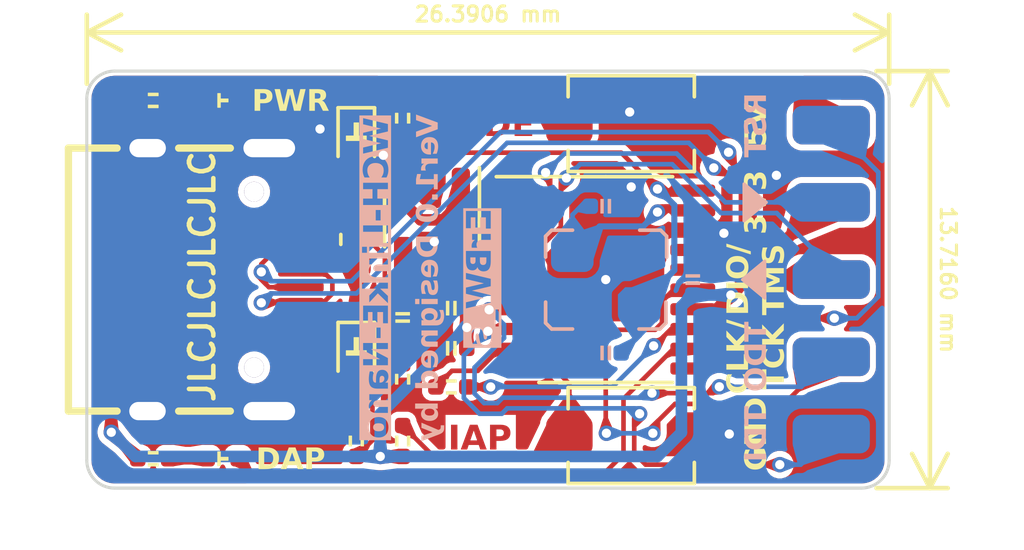
<source format=kicad_pcb>
(kicad_pcb (version 20221018) (generator pcbnew)
  (layers (0 "F.Cu" signal) (31 "B.Cu" signal) (34 "B.Paste" user) (35 "F.Paste" user) (36 "B.SilkS" user "B.Silkscreen") (37 "F.SilkS" user "F.Silkscreen") (38 "B.Mask" user) (39 "F.Mask" user) (44 "Edge.Cuts" user))
  (net 0 "")
  (net 1 "+3.3V")
  (net 2 "GND")
  (net 3 "Net-(U1-NC)")
  (net 4 "/OSC_N")
  (net 5 "/OSC_P")
  (net 6 "Net-(D1-K)")
  (net 7 "+5VA")
  (net 8 "Net-(D3-K)")
  (net 9 "+5V")
  (net 10 "Net-(D4-K)")
  (net 11 "/LED_CON")
  (net 12 "Net-(J1-CC1)")
  (net 13 "/USB_P")
  (net 14 "/USB_N")
  (net 16 "Net-(J1-CC2)")
  (net 18 "/RST")
  (net 19 "/TX")
  (net 20 "/SWDIO")
  (net 21 "/RX")
  (net 22 "/SWCLK")
  (net 23 "/TDI")
  (net 24 "/TDO")
  (net 25 "Net-(U2-PC6)")
  (net 26 "/IAP")
  (net 27 "Net-(R7-Pad2)")
  (footprint "ErBW_s:Debug_Header_2x05" (layer "F.Cu") (at 20.6756 0 -90)
    (fp_text reference "J2" hide)
    (fp_text value "Conn_02x05_Odd_Even")
    (pad "1" smd roundrect (at -5.08 0) (size 2.54 1.27) (layers "F.Cu" "F.Paste" "F.Mask") (net 7 "+5VA"))
    (pad "2" smd roundrect (at -5.08 0) (size 2.54 1.27) (layers "B.Cu" "B.Paste" "B.Mask") (net 18 "/RST"))
    (pad "3" smd roundrect (at -2.54 0) (size 2.54 1.27) (layers "F.Cu" "F.Paste" "F.Mask") (net 1 "+3.3V"))
    (pad "4" smd roundrect (at -2.54 0) (size 2.54 1.27) (layers "B.Cu" "B.Paste" "B.Mask") (net 19 "/TX"))
    (pad "5" smd roundrect (at 0 0) (size 2.54 1.27) (layers "F.Cu" "F.Paste" "F.Mask") (net 20 "/SWDIO"))
    (pad "6" smd roundrect (at 0 0) (size 2.54 1.27) (layers "B.Cu" "B.Paste" "B.Mask") (net 21 "/RX"))
    (pad "7" smd roundrect (at 2.54 0) (size 2.54 1.27) (layers "F.Cu" "F.Paste" "F.Mask") (net 22 "/SWCLK"))
    (pad "8" smd roundrect (at 2.54 0) (size 2.54 1.27) (layers "B.Cu" "B.Paste" "B.Mask") (net 24 "/TDO"))
    (pad "9" smd roundrect (at 5.08 0) (size 2.54 1.27) (layers "F.Cu" "F.Paste" "F.Mask") (net 2 "GND"))
    (pad "10" smd roundrect (at 5.08 0) (size 2.54 1.27) (layers "B.Cu" "B.Paste" "B.Mask") (net 23 "/TDI"))
  )
  (footprint "ErBW_s:C_0402" (layer "F.Cu") (at 8.1788 0.9398 180)
    (fp_text reference "C1" hide)
    (fp_text value "100nF")
    (fp_rect (start -0.1651 0.2286) (end -0.0762 -0.2286) (stroke (width 0.0254)) (fill solid) (layer "F.SilkS"))
    (fp_rect (start 0.0762 0.2286) (end 0.1651 -0.2286) (stroke (width 0.0254)) (fill solid) (layer "F.SilkS"))
    (pad "1" smd roundrect (at -0.508 0 180) (size 0.508 0.508) (layers "F.Cu" "F.Paste" "F.Mask") (net 1 "+3.3V"))
    (pad "2" smd roundrect (at 0.508 0 180) (size 0.508 0.508) (layers "F.Cu" "F.Paste" "F.Mask") (net 2 "GND"))
  )
  (footprint "Package_TO_SOT_SMD:SOT-23-5" (layer "F.Cu") (at 7.5438 -1.8796 -90)
    (fp_text reference "U1" hide)
    (fp_text value "RT9013-33GB")
    (fp_line (start 0 -1.56) (end -1.8 -1.56) (stroke (width 0.12)) (layer "F.SilkS"))
    (fp_line (start 0 -1.56) (end 0.8 -1.56) (stroke (width 0.12)) (layer "F.SilkS"))
    (fp_line (start 0 1.56) (end -0.8 1.56) (stroke (width 0.12)) (layer "F.SilkS"))
    (fp_line (start 0 1.56) (end 0.8 1.56) (stroke (width 0.12)) (layer "F.SilkS"))
    (pad "1" smd roundrect (at -1.1375 -0.95 270) (size 1.325 0.6) (layers "F.Cu" "F.Paste" "F.Mask") (net 7 "+5VA"))
    (pad "2" smd roundrect (at -1.1375 0 270) (size 1.325 0.6) (layers "F.Cu" "F.Paste" "F.Mask") (net 2 "GND"))
    (pad "3" smd roundrect (at -1.1375 0.95 270) (size 1.325 0.6) (layers "F.Cu" "F.Paste" "F.Mask") (net 7 "+5VA"))
    (pad "4" smd roundrect (at 1.1375 0.95 270) (size 1.325 0.6) (layers "F.Cu" "F.Paste" "F.Mask") (net 3 "Net-(U1-NC)"))
    (pad "5" smd roundrect (at 1.1375 -0.95 270) (size 1.325 0.6) (layers "F.Cu" "F.Paste" "F.Mask") (net 1 "+3.3V"))
  )
  (footprint "ErBW_s:BUTTON_3x4" (layer "F.Cu") (at 14.097 5.1308)
    (fp_text reference "SW2" hide)
    (fp_text value "IAP")
    (fp_line (start -2.076 -1.576) (end -2.076 -0.883) (stroke (width 0.12)) (layer "F.SilkS"))
    (fp_line (start -2.076 -1.576) (end 2.076 -1.576) (stroke (width 0.12)) (layer "F.SilkS"))
    (fp_line (start -2.076 0.883) (end -2.076 1.576) (stroke (width 0.12)) (layer "F.SilkS"))
    (fp_line (start -2.076 1.576) (end 2.076 1.576) (stroke (width 0.12)) (layer "F.SilkS"))
    (fp_line (start 2.076 -1.576) (end 2.076 -0.883) (stroke (width 0.12)) (layer "F.SilkS"))
    (fp_line (start 2.076 1.576) (end 2.076 0.883) (stroke (width 0.12)) (layer "F.SilkS"))
    (pad "1" smd roundrect (at -2.035 0) (size 1.53 1.36) (layers "F.Cu" "F.Paste" "F.Mask") (net 26 "/IAP"))
    (pad "2" smd roundrect (at 2.035 0) (size 1.53 1.36) (layers "F.Cu" "F.Paste" "F.Mask") (net 2 "GND"))
  )
  (footprint "ErBW_s:R_0402" (layer "F.Cu") (at 5.0546 5.3086 90)
    (fp_text reference "R2" hide)
    (fp_text value "4.7K")
    (fp_rect (start -0.1651 -0.1524) (end 0.1651 -0.2413) (stroke (width 0.0254)) (fill solid) (layer "F.SilkS"))
    (fp_rect (start -0.1651 0.2413) (end 0.1651 0.1524) (stroke (width 0.0254)) (fill solid) (layer "F.SilkS"))
    (pad "1" smd roundrect (at -0.508 0 90) (size 0.508 0.508) (layers "F.Cu" "F.Paste" "F.Mask") (net 16 "Net-(J1-CC2)"))
    (pad "2" smd roundrect (at 0.508 0 90) (size 0.508 0.508) (layers "F.Cu" "F.Paste" "F.Mask") (net 2 "GND"))
  )
  (footprint "ErBW_s:R_0402" (layer "F.Cu") (at 8.1788 3.5306 180)
    (fp_text reference "R5" hide)
    (fp_text value "1K")
    (fp_rect (start -0.1651 -0.1524) (end 0.1651 -0.2413) (stroke (width 0.0254)) (fill solid) (layer "F.SilkS"))
    (fp_rect (start -0.1651 0.2413) (end 0.1651 0.1524) (stroke (width 0.0254)) (fill solid) (layer "F.SilkS"))
    (pad "1" smd roundrect (at -0.508 0 180) (size 0.508 0.508) (layers "F.Cu" "F.Paste" "F.Mask") (net 20 "/SWDIO"))
    (pad "2" smd roundrect (at 0.508 0 180) (size 0.508 0.508) (layers "F.Cu" "F.Paste" "F.Mask") (net 25 "Net-(U2-PC6)"))
  )
  (footprint "ErBW_s:SOD-323" (layer "F.Cu") (at 5.0546 2.2098 90)
    (fp_text reference "D3" hide)
    (fp_text value "1N5819")
    (fp_line (start -0.8 -0.6) (end 0.8 -0.6) (stroke (width 0.12)) (layer "F.SilkS"))
    (fp_line (start -0.8 0.6) (end 0.8 0.6) (stroke (width 0.12)) (layer "F.SilkS"))
    (fp_line (start 0.8 -0.6) (end 0.8 0.6) (stroke (width 0.12)) (layer "F.SilkS"))
    (fp_poly (pts (xy -0.127 -0.0762) (xy 0.3048 -0.0762) (xy 0.3048 0.0762) (xy -0.127 0.0762) (xy -0.127 0.3302) (xy -0.2794 0.3302) (xy -0.2794 -0.3302) (xy -0.127 -0.3302)) (stroke (width 0.0254)) (fill solid) (layer "F.SilkS"))
    (pad "1" smd roundrect (at 1.329 0 90) (size 0.6 0.5) (layers "F.Cu" "F.Paste" "F.Mask") (net 8 "Net-(D3-K)"))
    (pad "2" smd roundrect (at -1.329 0 90) (size 0.6 0.5) (layers "F.Cu" "F.Paste" "F.Mask") (net 9 "+5V"))
  )
  (footprint "ErBW_s:LED_0402" (layer "F.Cu") (at 0.6604 -5.8928)
    (fp_text reference "D1" hide)
    (fp_text value "GREEN")
    (fp_poly (pts (xy -0.0762 -0.0508) (xy 0.1778 -0.0508) (xy 0.1778 0.0508) (xy -0.0762 0.0508) (xy -0.0762 0.2286) (xy -0.1651 0.2286) (xy -0.1651 -0.2286) (xy -0.0762 -0.2286)) (stroke (width 0.0254)) (fill solid) (layer "F.SilkS"))
    (pad "1" smd roundrect (at -0.508 0) (size 0.508 0.508) (layers "F.Cu" "F.Paste" "F.Mask") (net 6 "Net-(D1-K)"))
    (pad "2" smd roundrect (at 0.508 0) (size 0.508 0.508) (layers "F.Cu" "F.Paste" "F.Mask") (net 2 "GND"))
  )
  (footprint "ErBW_s:R_0402" (layer "F.Cu") (at -1.6256 5.8928)
    (fp_text reference "R4" hide)
    (fp_text value "10K")
    (fp_rect (start -0.1651 -0.1524) (end 0.1651 -0.2413) (stroke (width 0.0254)) (fill solid) (layer "F.SilkS"))
    (fp_rect (start -0.1651 0.2413) (end 0.1651 0.1524) (stroke (width 0.0254)) (fill solid) (layer "F.SilkS"))
    (pad "1" smd roundrect (at -0.508 0) (size 0.508 0.508) (layers "F.Cu" "F.Paste" "F.Mask") (net 1 "+3.3V"))
    (pad "2" smd roundrect (at 0.508 0) (size 0.508 0.508) (layers "F.Cu" "F.Paste" "F.Mask") (net 10 "Net-(D4-K)"))
  )
  (footprint "ErBW_s:C_0402" (layer "F.Cu") (at 8.1788 2.2606 180)
    (fp_text reference "C2" hide)
    (fp_text value "10uF")
    (fp_rect (start -0.1651 0.2286) (end -0.0762 -0.2286) (stroke (width 0.0254)) (fill solid) (layer "F.SilkS"))
    (fp_rect (start 0.0762 0.2286) (end 0.1651 -0.2286) (stroke (width 0.0254)) (fill solid) (layer "F.SilkS"))
    (pad "1" smd roundrect (at -0.508 0 180) (size 0.508 0.508) (layers "F.Cu" "F.Paste" "F.Mask") (net 1 "+3.3V"))
    (pad "2" smd roundrect (at 0.508 0 180) (size 0.508 0.508) (layers "F.Cu" "F.Paste" "F.Mask") (net 2 "GND"))
  )
  (footprint "ErBW_s:LED_0402" (layer "F.Cu") (at 0.6604 5.8928)
    (fp_text reference "D4" hide)
    (fp_text value "BLUE")
    (fp_poly (pts (xy -0.0762 -0.0508) (xy 0.1778 -0.0508) (xy 0.1778 0.0508) (xy -0.0762 0.0508) (xy -0.0762 0.2286) (xy -0.1651 0.2286) (xy -0.1651 -0.2286) (xy -0.0762 -0.2286)) (stroke (width 0.0254)) (fill solid) (layer "F.SilkS"))
    (pad "1" smd roundrect (at -0.508 0) (size 0.508 0.508) (layers "F.Cu" "F.Paste" "F.Mask") (net 10 "Net-(D4-K)"))
    (pad "2" smd roundrect (at 0.508 0) (size 0.508 0.508) (layers "F.Cu" "F.Paste" "F.Mask") (net 11 "/LED_CON"))
  )
  (footprint "ErBW_s:SOD-323" (layer "F.Cu") (at 5.0546 -4.8514 90)
    (fp_text reference "D2" hide)
    (fp_text value "ESD")
    (fp_line (start -0.8 -0.6) (end 0.8 -0.6) (stroke (width 0.12)) (layer "F.SilkS"))
    (fp_line (start -0.8 0.6) (end 0.8 0.6) (stroke (width 0.12)) (layer "F.SilkS"))
    (fp_line (start 0.8 -0.6) (end 0.8 0.6) (stroke (width 0.12)) (layer "F.SilkS"))
    (fp_poly (pts (xy -0.127 -0.0762) (xy 0.3048 -0.0762) (xy 0.3048 0.0762) (xy -0.127 0.0762) (xy -0.127 0.3302) (xy -0.2794 0.3302) (xy -0.2794 -0.3302) (xy -0.127 -0.3302)) (stroke (width 0.0254)) (fill solid) (layer "F.SilkS"))
    (pad "1" smd roundrect (at 1.329 0 90) (size 0.6 0.5) (layers "F.Cu" "F.Paste" "F.Mask") (net 2 "GND"))
    (pad "2" smd roundrect (at -1.329 0 90) (size 0.6 0.5) (layers "F.Cu" "F.Paste" "F.Mask") (net 7 "+5VA"))
  )
  (footprint "ErBW_s:R_0402" (layer "F.Cu") (at 6.5786 -5.3086 90)
    (fp_text reference "R7" hide)
    (fp_text value "0R")
    (fp_rect (start -0.1651 -0.1524) (end 0.1651 -0.2413) (stroke (width 0.0254)) (fill solid) (layer "F.SilkS"))
    (fp_rect (start -0.1651 0.2413) (end 0.1651 0.1524) (stroke (width 0.0254)) (fill solid) (layer "F.SilkS"))
    (pad "1" smd roundrect (at -0.508 0 90) (size 0.508 0.508) (layers "F.Cu" "F.Paste" "F.Mask") (net 4 "/OSC_N"))
    (pad "2" smd roundrect (at 0.508 0 90) (size 0.508 0.508) (layers "F.Cu" "F.Paste" "F.Mask") (net 27 "Net-(R7-Pad2)"))
  )
  (footprint "Fuse:Fuse_0603_1608Metric" (layer "F.Cu") (at 5.0546 -1.3208 90)
    (fp_text reference "F1" hide)
    (fp_text value "500mA")
    (fp_line (start -0.162779 -0.51) (end 0.162779 -0.51) (stroke (width 0.12)) (layer "F.SilkS"))
    (fp_line (start -0.162779 0.51) (end 0.162779 0.51) (stroke (width 0.12)) (layer "F.SilkS"))
    (pad "1" smd roundrect (at -0.7875 0 90) (size 0.875 0.95) (layers "F.Cu" "F.Paste" "F.Mask") (net 8 "Net-(D3-K)"))
    (pad "2" smd roundrect (at 0.7875 0 90) (size 0.875 0.95) (layers "F.Cu" "F.Paste" "F.Mask") (net 7 "+5VA"))
  )
  (footprint "ErBW_s:BUTTON_3x4" (layer "F.Cu") (at 14.097 -5.1308)
    (fp_text reference "SW1" hide)
    (fp_text value "ModeS")
    (fp_line (start -2.076 -1.576) (end -2.076 -0.883) (stroke (width 0.12)) (layer "F.SilkS"))
    (fp_line (start -2.076 -1.576) (end 2.076 -1.576) (stroke (width 0.12)) (layer "F.SilkS"))
    (fp_line (start -2.076 0.883) (end -2.076 1.576) (stroke (width 0.12)) (layer "F.SilkS"))
    (fp_line (start -2.076 1.576) (end 2.076 1.576) (stroke (width 0.12)) (layer "F.SilkS"))
    (fp_line (start 2.076 -1.576) (end 2.076 -0.883) (stroke (width 0.12)) (layer "F.SilkS"))
    (fp_line (start 2.076 1.576) (end 2.076 0.883) (stroke (width 0.12)) (layer "F.SilkS"))
    (pad "1" smd roundrect (at -2.035 0) (size 1.53 1.36) (layers "F.Cu" "F.Paste" "F.Mask") (net 27 "Net-(R7-Pad2)"))
    (pad "2" smd roundrect (at 2.035 0) (size 1.53 1.36) (layers "F.Cu" "F.Paste" "F.Mask") (net 2 "GND"))
  )
  (footprint "Package_SO:TSSOP-20_4.4x6.5mm_P0.65mm" (layer "F.Cu") (at 13.2588 0)
    (fp_text reference "U2" hide)
    (fp_text value "CH32V305FBT6")
    (fp_line (start 0 -3.385) (end -3.6 -3.385) (stroke (width 0.12)) (layer "F.SilkS"))
    (fp_line (start 0 -3.385) (end 2.2 -3.385) (stroke (width 0.12)) (layer "F.SilkS"))
    (fp_line (start 0 3.385) (end -2.2 3.385) (stroke (width 0.12)) (layer "F.SilkS"))
    (fp_line (start 0 3.385) (end 2.2 3.385) (stroke (width 0.12)) (layer "F.SilkS"))
    (pad "1" smd roundrect (at -2.8625 -2.925) (size 1.475 0.4) (layers "F.Cu" "F.Paste" "F.Mask"))
    (pad "2" smd roundrect (at -2.8625 -2.275) (size 1.475 0.4) (layers "F.Cu" "F.Paste" "F.Mask"))
    (pad "3" smd roundrect (at -2.8625 -1.625) (size 1.475 0.4) (layers "F.Cu" "F.Paste" "F.Mask") (net 19 "/TX"))
    (pad "4" smd roundrect (at -2.8625 -0.975) (size 1.475 0.4) (layers "F.Cu" "F.Paste" "F.Mask") (net 21 "/RX"))
    (pad "5" smd roundrect (at -2.8625 -0.325) (size 1.475 0.4) (layers "F.Cu" "F.Paste" "F.Mask"))
    (pad "6" smd roundrect (at -2.8625 0.325) (size 1.475 0.4) (layers "F.Cu" "F.Paste" "F.Mask") (net 22 "/SWCLK"))
    (pad "7" smd roundrect (at -2.8625 0.975) (size 1.475 0.4) (layers "F.Cu" "F.Paste" "F.Mask") (net 24 "/TDO"))
    (pad "8" smd roundrect (at -2.8625 1.625) (size 1.475 0.4) (layers "F.Cu" "F.Paste" "F.Mask") (net 23 "/TDI"))
    (pad "9" smd roundrect (at -2.8625 2.275) (size 1.475 0.4) (layers "F.Cu" "F.Paste" "F.Mask") (net 25 "Net-(U2-PC6)"))
    (pad "10" smd roundrect (at -2.8625 2.925) (size 1.475 0.4) (layers "F.Cu" "F.Paste" "F.Mask") (net 26 "/IAP"))
    (pad "11" smd roundrect (at 2.8625 2.925) (size 1.475 0.4) (layers "F.Cu" "F.Paste" "F.Mask") (net 18 "/RST"))
    (pad "12" smd roundrect (at 2.8625 2.275) (size 1.475 0.4) (layers "F.Cu" "F.Paste" "F.Mask") (net 11 "/LED_CON"))
    (pad "13" smd roundrect (at 2.8625 1.625) (size 1.475 0.4) (layers "F.Cu" "F.Paste" "F.Mask") (net 20 "/SWDIO"))
    (pad "14" smd roundrect (at 2.8625 0.975) (size 1.475 0.4) (layers "F.Cu" "F.Paste" "F.Mask") (net 1 "+3.3V"))
    (pad "15" smd roundrect (at 2.8625 0.325) (size 1.475 0.4) (layers "F.Cu" "F.Paste" "F.Mask") (net 22 "/SWCLK"))
    (pad "16" smd roundrect (at 2.8625 -0.325) (size 1.475 0.4) (layers "F.Cu" "F.Paste" "F.Mask") (net 14 "/USB_N"))
    (pad "17" smd roundrect (at 2.8625 -0.975) (size 1.475 0.4) (layers "F.Cu" "F.Paste" "F.Mask") (net 13 "/USB_P"))
    (pad "18" smd roundrect (at 2.8625 -1.625) (size 1.475 0.4) (layers "F.Cu" "F.Paste" "F.Mask") (net 2 "GND"))
    (pad "19" smd roundrect (at 2.8625 -2.275) (size 1.475 0.4) (layers "F.Cu" "F.Paste" "F.Mask") (net 5 "/OSC_P"))
    (pad "20" smd roundrect (at 2.8625 -2.925) (size 1.475 0.4) (layers "F.Cu" "F.Paste" "F.Mask") (net 4 "/OSC_N"))
  )
  (footprint "ErBW_s:R_0402" (layer "F.Cu") (at 6.5786 5.3086 90)
    (fp_text reference "R6" hide)
    (fp_text value "10K")
    (fp_rect (start -0.1651 -0.1524) (end 0.1651 -0.2413) (stroke (width 0.0254)) (fill solid) (layer "F.SilkS"))
    (fp_rect (start -0.1651 0.2413) (end 0.1651 0.1524) (stroke (width 0.0254)) (fill solid) (layer "F.SilkS"))
    (pad "1" smd roundrect (at -0.508 0 90) (size 0.508 0.508) (layers "F.Cu" "F.Paste" "F.Mask") (net 1 "+3.3V"))
    (pad "2" smd roundrect (at 0.508 0 90) (size 0.508 0.508) (layers "F.Cu" "F.Paste" "F.Mask") (net 26 "/IAP"))
  )
  (footprint "ErBW_s:R_0402" (layer "F.Cu") (at 6.5786 3.2766 -90)
    (fp_text reference "R1" hide)
    (fp_text value "4.7K")
    (fp_rect (start -0.1651 -0.1524) (end 0.1651 -0.2413) (stroke (width 0.0254)) (fill solid) (layer "F.SilkS"))
    (fp_rect (start -0.1651 0.2413) (end 0.1651 0.1524) (stroke (width 0.0254)) (fill solid) (layer "F.SilkS"))
    (pad "1" smd roundrect (at -0.508 0 270) (size 0.508 0.508) (layers "F.Cu" "F.Paste" "F.Mask") (net 12 "Net-(J1-CC1)"))
    (pad "2" smd roundrect (at 0.508 0 270) (size 0.508 0.508) (layers "F.Cu" "F.Paste" "F.Mask") (net 2 "GND"))
  )
  (footprint "ErBW_s:R_0402" (layer "F.Cu") (at -1.6256 -5.8928)
    (fp_text reference "R3" hide)
    (fp_text value "10K")
    (fp_rect (start -0.1651 -0.1524) (end 0.1651 -0.2413) (stroke (width 0.0254)) (fill solid) (layer "F.SilkS"))
    (fp_rect (start -0.1651 0.2413) (end 0.1651 0.1524) (stroke (width 0.0254)) (fill solid) (layer "F.SilkS"))
    (pad "1" smd roundrect (at -0.508 0) (size 0.508 0.508) (layers "F.Cu" "F.Paste" "F.Mask") (net 1 "+3.3V"))
    (pad "2" smd roundrect (at 0.508 0) (size 0.508 0.508) (layers "F.Cu" "F.Paste" "F.Mask") (net 6 "Net-(D1-K)"))
  )
  (footprint "ErBW_s:C_0402" (layer "F.Cu") (at 6.5786 1.2446 -90)
    (fp_text reference "C3" hide)
    (fp_text value "10nF")
    (fp_rect (start -0.1651 0.2286) (end -0.0762 -0.2286) (stroke (width 0.0254)) (fill solid) (layer "F.SilkS"))
    (fp_rect (start 0.0762 0.2286) (end 0.1651 -0.2286) (stroke (width 0.0254)) (fill solid) (layer "F.SilkS"))
    (pad "1" smd roundrect (at -0.508 0 270) (size 0.508 0.508) (layers "F.Cu" "F.Paste" "F.Mask") (net 3 "Net-(U1-NC)"))
    (pad "2" smd roundrect (at 0.508 0 270) (size 0.508 0.508) (layers "F.Cu" "F.Paste" "F.Mask") (net 2 "GND"))
  )
  (footprint "ErBW_s:USB-Type-C_SMD_16P" (layer "F.Cu") (at 0.7112 0 -90)
    (property "Reference" "J?")
    (property "Value" "USB-Type-C")
    (fp_text reference "J1" hide)
    (fp_text value "USB-Type-C")
    (fp_line (start -4.325 -0.2) (end -4.325 1.5) (stroke (width 0.24)) (layer "F.SilkS"))
    (fp_line (start -4.325 5.125) (end -4.325 3.525) (stroke (width 0.24)) (layer "F.SilkS"))
    (fp_line (start -4.325 5.125) (end 4.325 5.125) (stroke (width 0.24)) (layer "F.SilkS"))
    (fp_line (start 4.325 5.125) (end 4.325 3.525) (stroke (width 0.24)) (layer "F.SilkS"))
    (fp_line (start 4.326 -0.2) (end 4.326 1.5) (stroke (width 0.24)) (layer "F.SilkS"))
    (pad "0" thru_hole circle (at -2.89 -0.98 90) (size 0.65 0.65) (drill 0.65) (layers "*.Cu" "*.Mask"))
    (pad "0" thru_hole circle (at 2.89 -0.98 90) (size 0.65 0.65) (drill 0.65) (layers "*.Cu" "*.Mask"))
    (pad "A1" smd roundrect (at -3.35 -2.52 270) (size 0.3 1.5) (layers "F.Cu" "F.Paste" "F.Mask") (net 2 "GND"))
    (pad "A4" smd roundrect (at -2.55 -2.52 270) (size 0.3 1.5) (layers "F.Cu" "F.Paste" "F.Mask") (net 9 "+5V"))
    (pad "A5" smd roundrect (at -1.25 -2.52 90) (size 0.3 1.5) (layers "F.Cu" "F.Paste" "F.Mask") (net 12 "Net-(J1-CC1)"))
    (pad "A6" smd roundrect (at -0.25 -2.52 90) (size 0.3 1.5) (layers "F.Cu" "F.Paste" "F.Mask") (net 13 "/USB_P"))
    (pad "A7" smd roundrect (at 0.25 -2.52 90) (size 0.3 1.5) (layers "F.Cu" "F.Paste" "F.Mask") (net 14 "/USB_N"))
    (pad "A8" smd roundrect (at 1.25 -2.52 90) (size 0.3 1.5) (layers "F.Cu" "F.Paste" "F.Mask"))
    (pad "A9" smd roundrect (at 2.55 -2.52 90) (size 0.3 1.5) (layers "F.Cu" "F.Paste" "F.Mask") (net 9 "+5V"))
    (pad "A12" smd roundrect (at 3.35 -2.52 90) (size 0.3 1.5) (layers "F.Cu" "F.Paste" "F.Mask") (net 2 "GND"))
    (pad "B1" smd roundrect (at 3.05 -2.52 90) (size 0.3 1.5) (layers "F.Cu" "F.Paste" "F.Mask") (net 2 "GND"))
    (pad "B4" smd roundrect (at 2.25 -2.52 90) (size 0.3 1.5) (layers "F.Cu" "F.Paste" "F.Mask") (net 9 "+5V"))
    (pad "B5" smd roundrect (at 1.75 -2.52 90) (size 0.3 1.5) (layers "F.Cu" "F.Paste" "F.Mask") (net 16 "Net-(J1-CC2)"))
    (pad "B6" smd roundrect (at 0.75 -2.52 90) (size 0.3 1.5) (layers "F.Cu" "F.Paste" "F.Mask") (net 13 "/USB_P"))
    (pad "B7" smd roundrect (at -0.75 -2.52 90) (size 0.3 1.5) (layers "F.Cu" "F.Paste" "F.Mask") (net 14 "/USB_N"))
    (pad "B8" smd roundrect (at -1.75 -2.52 90) (size 0.3 1.5) (layers "F.Cu" "F.Paste" "F.Mask"))
    (pad "B9" smd roundrect (at -2.25 -2.52 270) (size 0.3 1.5) (layers "F.Cu" "F.Paste" "F.Mask") (net 9 "+5V"))
    (pad "B12" smd roundrect (at -3.05 -2.52 270) (size 0.3 1.5) (layers "F.Cu" "F.Paste" "F.Mask") (net 2 "GND"))
    (pad "S1" thru_hole oval (at -4.325 -1.48) (size 2.1 1) (drill oval 1.7 0.6) (layers "*.Cu" "*.Mask") (net 2 "GND"))
    (pad "S1" thru_hole oval (at -4.325 2.52) (size 1.6 1) (drill oval 1.2 0.6) (layers "*.Cu" "*.Mask") (net 2 "GND"))
    (pad "S1" thru_hole oval (at 4.325 -1.48) (size 2.1 1) (drill oval 1.7 0.6) (layers "*.Cu" "*.Mask") (net 2 "GND"))
    (pad "S1" thru_hole oval (at 4.325 2.525) (size 1.6 1) (drill oval 1.2 0.6) (layers "*.Cu" "*.Mask") (net 2 "GND"))
  )
  (footprint "ErBW_s:C_0402" (layer "B.Cu") (at 16.1213 0 90)
    (fp_text reference "C8" hide)
    (fp_text value "100nF")
    (fp_rect (start -0.1651 -0.2286) (end -0.0762 0.2286) (stroke (width 0.0254)) (fill solid) (layer "B.SilkS"))
    (fp_rect (start 0.0762 -0.2286) (end 0.1651 0.2286) (stroke (width 0.0254)) (fill solid) (layer "B.SilkS"))
    (pad "1" smd roundrect (at -0.508 0 90) (size 0.508 0.508) (layers "B.Cu" "B.Paste" "B.Mask") (net 1 "+3.3V"))
    (pad "2" smd roundrect (at 0.508 0 90) (size 0.508 0.508) (layers "B.Cu" "B.Paste" "B.Mask") (net 2 "GND"))
  )
  (footprint "ErBW_s:Crystal_SMD_3225_4P" (layer "B.Cu") (at 13.2588 0 180)
    (fp_text reference "Y1" hide)
    (fp_text value "12MHz")
    (fp_line (start -2.0034 1.4256) (end -2.0034 0.7398) (stroke (width 0.12)) (layer "B.SilkS"))
    (fp_line (start -1.978 -1.4256) (end -1.978 -0.7398) (stroke (width 0.12)) (layer "B.SilkS"))
    (fp_line (start -1.978 -1.4256) (end -1.778 -1.6256) (stroke (width 0.12)) (layer "B.SilkS"))
    (fp_line (start -1.8034 1.6256) (end -2.0034 1.4256) (stroke (width 0.12)) (layer "B.SilkS"))
    (fp_line (start -1.8034 1.6256) (end -1.1176 1.6256) (stroke (width 0.12)) (layer "B.SilkS"))
    (fp_line (start -1.778 -1.6256) (end -1.0922 -1.6256) (stroke (width 0.12)) (layer "B.SilkS"))
    (fp_line (start 1.778 -1.6256) (end 1.0922 -1.6256) (stroke (width 0.12)) (layer "B.SilkS"))
    (fp_line (start 1.778 -1.6256) (end 1.978 -1.4256) (stroke (width 0.12)) (layer "B.SilkS"))
    (fp_line (start 1.778 1.6256) (end 1.0922 1.6256) (stroke (width 0.12)) (layer "B.SilkS"))
    (fp_line (start 1.978 -1.4256) (end 1.978 -0.7398) (stroke (width 0.12)) (layer "B.SilkS"))
    (fp_line (start 1.978 1.4256) (end 1.778 1.6256) (stroke (width 0.12)) (layer "B.SilkS"))
    (fp_line (start 1.978 1.4256) (end 1.978 0.7398) (stroke (width 0.12)) (layer "B.SilkS"))
    (pad "1" smd roundrect (at -1.1 -0.85 180) (size 1.4 1.2) (layers "B.Cu" "B.Paste" "B.Mask") (chamfer_ratio 0.2) (chamfer bottom_right) (net 4 "/OSC_N"))
    (pad "2" smd roundrect (at 1.1 -0.85 180) (size 1.4 1.2) (layers "B.Cu" "B.Paste" "B.Mask") (net 2 "GND"))
    (pad "3" smd roundrect (at 1.1 0.85 180) (size 1.4 1.2) (layers "B.Cu" "B.Paste" "B.Mask") (net 5 "/OSC_P"))
    (pad "4" smd roundrect (at -1.1 0.85 180) (size 1.4 1.2) (layers "B.Cu" "B.Paste" "B.Mask") (net 2 "GND"))
  )
  (footprint "ErBW_s:C_0402" (layer "B.Cu") (at 13.2588 2.413 180)
    (fp_text reference "C4" hide)
    (fp_text value "22pF")
    (fp_rect (start -0.1651 -0.2286) (end -0.0762 0.2286) (stroke (width 0.0254)) (fill solid) (layer "B.SilkS"))
    (fp_rect (start 0.0762 -0.2286) (end 0.1651 0.2286) (stroke (width 0.0254)) (fill solid) (layer "B.SilkS"))
    (pad "1" smd roundrect (at -0.508 0 180) (size 0.508 0.508) (layers "B.Cu" "B.Paste" "B.Mask") (net 4 "/OSC_N"))
    (pad "2" smd roundrect (at 0.508 0 180) (size 0.508 0.508) (layers "B.Cu" "B.Paste" "B.Mask") (net 2 "GND"))
  )
  (footprint "ErBW_s:C_0402" (layer "B.Cu") (at 13.2588 -2.413)
    (fp_text reference "C5" hide)
    (fp_text value "22pF")
    (fp_rect (start -0.1651 -0.2286) (end -0.0762 0.2286) (stroke (width 0.0254)) (fill solid) (layer "B.SilkS"))
    (fp_rect (start 0.0762 -0.2286) (end 0.1651 0.2286) (stroke (width 0.0254)) (fill solid) (layer "B.SilkS"))
    (pad "1" smd roundrect (at -0.508 0) (size 0.508 0.508) (layers "B.Cu" "B.Paste" "B.Mask") (net 5 "/OSC_P"))
    (pad "2" smd roundrect (at 0.508 0) (size 0.508 0.508) (layers "B.Cu" "B.Paste" "B.Mask") (net 2 "GND"))
  )
  (gr_poly (pts (xy 17.7546 0) (xy 18.4912 -0.609601) (xy 18.4912 0.6096)) (stroke (width 0.1)) (fill solid) (layer "B.SilkS"))
  (gr_poly (pts (xy 18.542 -2.54) (xy 17.8054 -1.9304) (xy 17.8054 -3.1496)) (stroke (width 0.1)) (fill solid) (layer "B.SilkS"))
  (gr_line (start 21.666201 6.857999) (end -2.8956 6.858) (stroke (width 0.1)) (layer "Edge.Cuts"))
  (gr_line (start -3.809999 5.943601) (end -3.81 -5.9436) (stroke (width 0.1)) (layer "Edge.Cuts"))
  (gr_line (start 22.5806 -5.9436) (end 22.5806 5.9436) (stroke (width 0.1)) (layer "Edge.Cuts"))
  (gr_arc (start -3.81 -5.9436) (mid -3.542178 -6.590177) (end -2.895601 -6.857999) (stroke (width 0.1)) (layer "Edge.Cuts"))
  (gr_arc (start 21.6662 -6.858) (mid 22.312778 -6.590178) (end 22.5806 -5.9436) (stroke (width 0.1)) (layer "Edge.Cuts"))
  (gr_arc (start 22.5806 5.9436) (mid 22.312778 6.590177) (end 21.666201 6.857999) (stroke (width 0.1)) (layer "Edge.Cuts"))
  (gr_arc (start -2.8956 6.858) (mid -3.542177 6.590178) (end -3.809999 5.943601) (stroke (width 0.1)) (layer "Edge.Cuts"))
  (gr_line (start -2.895601 -6.857999) (end 21.6662 -6.858) (stroke (width 0.1)) (layer "Edge.Cuts"))
  (gr_text "IAP" (at 9.1186 5.2578) (layer "F.Cu") (effects (font (size 0.8 0.8) (thickness 0.14) bold)))
  (gr_text "MODE" (at 9.0424 -5.0546) (layer "F.Cu") (effects (font (size 0.8 0.8) (thickness 0.14) bold)))
  (gr_text "TDI" (at 18.2372 5.08 90) (layer "B.SilkS") (effects (font (size 0.7 0.7) (thickness 0.14) bold) (justify mirror)))
  (gr_text "TDO" (at 18.2372 2.54 90) (layer "B.SilkS") (effects (font (size 0.7 0.7) (thickness 0.14) bold) (justify mirror)))
  (gr_text "ErBW_s" (at 9.144 -0.0762 90) (layer "B.SilkS" knockout) (effects (font (size 0.8 0.8) (thickness 0.175) bold italic) (justify mirror)))
  (gr_text "RST" (at 18.2372 -5.08 90) (layer "B.SilkS") (effects (font (size 0.7 0.7) (thickness 0.14) bold) (justify mirror)))
  (gr_text "Ver1.0 Designed by" (at 7.4422 -0.0508 90) (layer "B.SilkS") (effects (font (size 0.7 0.7) (thickness 0.175) bold) (justify mirror)))
  (gr_text "WCH-LinkE-Nano" (at 5.762 -0.0508 90) (layer "B.SilkS" knockout) (effects (font (size 0.8 0.8) (thickness 0.175) bold italic) (justify mirror)))
  (gr_text "CLK/\nTCK" (at 18.2372 2.54 90) (layer "F.SilkS") (effects (font (size 0.7 0.7) (thickness 0.14) bold)))
  (gr_text "JLCJLCJLCJLC" (at 0.4572 4.1148 90) (layer "F.SilkS") (effects (font (size 0.8 0.8)) (justify left bottom)))
  (gr_text "3V3" (at 18.2372 -2.54 90) (layer "F.SilkS") (effects (font (size 0.7 0.7) (thickness 0.14) bold)))
  (gr_text "DIO/\nTMS" (at 18.2372 0 90) (layer "F.SilkS") (effects (font (size 0.7 0.7) (thickness 0.14) bold)))
  (gr_text "DAP" (at 2.8956 5.9436) (layer "F.SilkS") (effects (font (size 0.7 0.7) (thickness 0.14) bold)))
  (gr_text "5V" (at 18.2372 -5.08 90) (layer "F.SilkS") (effects (font (size 0.7 0.7) (thickness 0.14) bold)))
  (gr_text "GND" (at 18.2372 5.08 90) (layer "F.SilkS") (effects (font (size 0.7 0.7) (thickness 0.14) bold)))
  (gr_text "PWR" (at 2.8956 -5.842) (layer "F.SilkS") (effects (font (size 0.7 0.7) (thickness 0.14) bold)))
  (dimension (type aligned) (layer "F.SilkS") (pts (xy 21.666201 6.857999) (xy 21.6662 -6.858)) (height 2.254216) (gr_text "13.7160 mm" (at 24.520416 -0.000001 -89.99999165) (layer "F.SilkS") (effects (font (size 0.5 0.5) (thickness 0.1) bold))) (format (prefix "") (suffix "") (units 3) (units_format 1) (precision 4)) (style (thickness 0.15) (arrow_length 1.27) (text_position_mode 0) (extension_height 0.58642) (extension_offset 0.5) keep_text_aligned))
  (dimension (type aligned) (layer "F.SilkS") (pts (xy -3.81 -5.9436) (xy 22.5806 -5.9436)) (height -2.1844) (gr_text "26.3906 mm" (at 9.3853 -8.728) (layer "F.SilkS") (effects (font (size 0.5 0.5) (thickness 0.1) bold))) (format (prefix "") (suffix "") (units 3) (units_format 1) (precision 4)) (style (thickness 0.15) (arrow_length 1.27) (text_position_mode 0) (extension_height 0.58642) (extension_offset 0.5) keep_text_aligned))
  (segment (start 17.3736 0.508) (end 16.9066 0.975) (width 0.381) (layer "F.Cu") (net 1))
  (segment (start 8.6868 1.5748) (end 8.6868 2.2606) (width 0.381) (layer "F.Cu") (net 1))
  (segment (start 8.6868 0.9398) (end 8.6868 1.5748) (width 0.381) (layer "F.Cu") (net 1))
  (segment (start -2.1336 5.8928) (end -3.0043 5.0221) (width 0.381) (layer "F.Cu") (net 1))
  (segment (start 20.4216 -2.54) (end 20.6756 -2.54) (width 0.381) (layer "F.Cu") (net 1))
  (segment (start 16.9066 0.975) (end 16.1213 0.975) (width 0.381) (layer "F.Cu") (net 1))
  (segment (start -3.0043 5.0221) (end -3.0043 -5.0221) (width 0.381) (layer "F.Cu") (net 1))
  (segment (start 8.4938 0.7468) (end 8.6868 0.9398) (width 0.381) (layer "F.Cu") (net 1))
  (segment (start 17.3736 0.508) (end 20.4216 -2.54) (width 0.381) (layer "F.Cu") (net 1))
  (segment (start 6.5781 5.8171) (end 6.5786 5.8166) (width 0.381) (layer "F.Cu") (net 1))
  (segment (start 20.417472 -2.54) (end 20.6756 -2.54) (width 0.381) (layer "F.Cu") (net 1))
  (segment (start 5.842 5.8171) (end 6.5781 5.8171) (width 0.381) (layer "F.Cu") (net 1))
  (segment (start -3.0043 -5.0221) (end -2.1336 -5.8928) (width 0.381) (layer "F.Cu") (net 1))
  (segment (start 8.4938 -0.7421) (end 8.4938 0.7468) (width 0.381) (layer "F.Cu") (net 1))
  (via (at 8.6868 1.5748) (size 0.508) (drill 0.3048) (layers "F.Cu" "B.Cu") (net 1))
  (via (at -3.0043 5.0221) (size 0.508) (drill 0.3048) (layers "F.Cu" "B.Cu") (net 1))
  (via (at 5.842 5.8171) (size 0.508) (drill 0.3048) (layers "F.Cu" "B.Cu") (net 1))
  (via (at 17.3736 0.508) (size 0.508) (drill 0.3048) (layers "F.Cu" "B.Cu") (net 1))
  (segment (start 15.748 5.0292) (end 14.9601 5.8171) (width 0.381) (layer "B.Cu") (net 1))
  (segment (start 5.842 5.8171) (end -2.2093 5.8171) (width 0.381) (layer "B.Cu") (net 1))
  (segment (start 16.1213 0.508) (end 15.748 0.8813) (width 0.381) (layer "B.Cu") (net 1))
  (segment (start 14.9601 5.8171) (end 5.842 5.8171) (width 0.381) (layer "B.Cu") (net 1))
  (segment (start 17.369472 0.508) (end 16.1213 0.508) (width 0.381) (layer "B.Cu") (net 1))
  (segment (start 5.842 5.8171) (end 5.842 4.4196) (width 0.381) (layer "B.Cu") (net 1))
  (segment (start 17.369472 0.508) (end 17.3736 0.508) (width 0.381) (layer "B.Cu") (net 1))
  (segment (start 15.748 0.8813) (end 15.748 5.0292) (width 0.381) (layer "B.Cu") (net 1))
  (segment (start -2.2093 5.8171) (end -3.0043 5.0221) (width 0.381) (layer "B.Cu") (net 1))
  (segment (start 5.842 4.4196) (end 8.6868 1.5748) (width 0.381) (layer "B.Cu") (net 1))
  (via (at 18.8722 -3.429) (size 0.508) (drill 0.3048) (layers "F.Cu" "B.Cu") (net 2))
  (via (at 7.62 -1.2446) (size 0.508) (drill 0.3048) (layers "F.Cu" "B.Cu") (net 2))
  (via (at 17.145 -1.524) (size 0.508) (drill 0.3048) (layers "F.Cu" "B.Cu") (net 2))
  (via (at 14.0462 -5.5118) (size 0.508) (drill 0.3048) (layers "F.Cu" "B.Cu") (net 2))
  (via (at 3.8608 -4.953) (size 0.508) (drill 0.3048) (layers "F.Cu" "B.Cu") (net 2))
  (via (at 13.2588 0) (size 0.508) (drill 0.3048) (layers "F.Cu" "B.Cu") (net 2))
  (via (at 17.3228 5.08) (size 0.508) (drill 0.3048) (layers "F.Cu" "B.Cu") (net 2))
  (via (at 5.9436 -4.0894) (size 0.508) (drill 0.3048) (layers "F.Cu" "B.Cu") (net 2))
  (via (at 14.097 -3.048) (size 0.508) (drill 0.3048) (layers "F.Cu" "B.Cu") (net 2))
  (segment (start 6.5786 0.7366) (end 6.5786 -0.7269) (width 0.381) (layer "F.Cu") (net 3))
  (segment (start 6.5786 -0.7269) (end 6.5938 -0.7421) (width 0.381) (layer "F.Cu") (net 3))
  (segment (start 16.1213 -2.925) (end 16.021301 -2.825001) (width 0.2) (layer "F.Cu") (net 4))
  (segment (start 6.5786 -4.8006) (end 7.2046 -4.1746) (width 0.1524) (layer "F.Cu") (net 4))
  (segment (start 13.765027 -4.1746) (end 14.960627 -2.979) (width 0.1524) (layer "F.Cu") (net 4))
  (segment (start 7.2046 -4.1746) (end 13.765027 -4.1746) (width 0.1524) (layer "F.Cu") (net 4))
  (segment (start 16.021301 -2.825001) (end 15.114626 -2.825001) (width 0.2) (layer "F.Cu") (net 4))
  (segment (start 15.114626 -2.825001) (end 14.960627 -2.979) (width 0.2) (layer "F.Cu") (net 4))
  (via (at 14.960627 -2.979) (size 0.508) (drill 0.3048) (layers "F.Cu" "B.Cu") (net 4))
  (segment (start 14.960627 -2.979) (end 14.986102 -2.979) (width 0.2) (layer "B.Cu") (net 4))
  (segment (start 15.514627 -2.450475) (end 15.514627 -0.305827) (width 0.2) (layer "B.Cu") (net 4))
  (segment (start 15.514627 -0.305827) (end 14.3588 0.85) (width 0.2) (layer "B.Cu") (net 4))
  (segment (start 14.3588 1.821) (end 13.7668 2.413) (width 0.2) (layer "B.Cu") (net 4))
  (segment (start 14.986102 -2.979) (end 15.514627 -2.450475) (width 0.2) (layer "B.Cu") (net 4))
  (segment (start 14.3588 0.85) (end 14.3588 1.821) (width 0.2) (layer "B.Cu") (net 4))
  (segment (start 16.021301 -2.374999) (end 15.114626 -2.374999) (width 0.2) (layer "F.Cu") (net 5))
  (segment (start 16.1213 -2.275) (end 16.021301 -2.374999) (width 0.2) (layer "F.Cu") (net 5))
  (segment (start 15.114626 -2.374999) (end 14.960627 -2.221) (width 0.2) (layer "F.Cu") (net 5))
  (via (at 14.960627 -2.221) (size 0.508) (drill 0.3048) (layers "F.Cu" "B.Cu") (net 5))
  (segment (start 12.446 -2.413) (end 12.1666 -2.1336) (width 0.1524) (layer "B.Cu") (net 5))
  (segment (start 13.0588 -1.75) (end 12.1588 -0.85) (width 0.2) (layer "B.Cu") (net 5))
  (segment (start 14.960627 -2.221) (end 14.489627 -1.75) (width 0.2) (layer "B.Cu") (net 5))
  (segment (start 14.489627 -1.75) (end 13.0588 -1.75) (width 0.2) (layer "B.Cu") (net 5))
  (segment (start 12.7508 -2.413) (end 12.446 -2.413) (width 0.1524) (layer "B.Cu") (net 5))
  (segment (start 12.1666 -2.1336) (end 12.1666 -0.8578) (width 0.1524) (layer "B.Cu") (net 5))
  (segment (start 12.1666 -0.8578) (end 12.1588 -0.85) (width 0.1524) (layer "B.Cu") (net 5))
  (segment (start -1.1176 -5.8928) (end 0.1524 -5.8928) (width 0.381) (layer "F.Cu") (net 6))
  (segment (start 5.685 -2.1083) (end 6.5938 -3.0171) (width 0.381) (layer "F.Cu") (net 7))
  (segment (start 7.169918 -1.9641) (end 6.5938 -2.540218) (width 0.381) (layer "F.Cu") (net 7))
  (segment (start 5.0546 -2.1083) (end 5.0546 -3.5224) (width 0.381) (layer "F.Cu") (net 7))
  (segment (start 6.5938 -2.540218) (end 6.5938 -3.0171) (width 0.381) (layer "F.Cu") (net 7))
  (segment (start 19.2945 -6.4611) (end 6.237244 -6.4611) (width 0.381) (layer "F.Cu") (net 7))
  (segment (start 7.917682 -1.9641) (end 7.169918 -1.9641) (width 0.381) (layer "F.Cu") (net 7))
  (segment (start 20.6756 -5.08) (end 19.2945 -6.4611) (width 0.381) (layer "F.Cu") (net 7))
  (segment (start 8.4938 -3.0171) (end 8.4938 -2.540218) (width 0.381) (layer "F.Cu") (net 7))
  (segment (start 5.0546 -4.5466) (end 5.0546 -3.5224) (width 0.381) (layer "F.Cu") (net 7))
  (segment (start 5.842 -5.334) (end 5.0546 -4.5466) (width 0.381) (layer "F.Cu") (net 7))
  (segment (start 8.4938 -2.540218) (end 7.917682 -1.9641) (width 0.381) (layer "F.Cu") (net 7))
  (segment (start 6.237244 -6.4611) (end 5.842 -6.065856) (width 0.381) (layer "F.Cu") (net 7))
  (segment (start 5.0546 -2.1083) (end 5.685 -2.1083) (width 0.381) (layer "F.Cu") (net 7))
  (segment (start 5.842 -6.065856) (end 5.842 -5.334) (width 0.381) (layer "F.Cu") (net 7))
  (segment (start 5.0546 0.8808) (end 5.0546 -0.5333) (width 0.381) (layer "F.Cu") (net 8))
  (segment (start 5.0546 3.5388) (end 5.0546 3.246084) (width 0.381) (layer "F.Cu") (net 9))
  (segment (start 5.0546 3.246084) (end 4.099016 2.2905) (width 0.381) (layer "F.Cu") (net 9))
  (segment (start 1.016 1.1684) (end 1.016 -1.1684) (width 0.381) (layer "F.Cu") (net 9))
  (segment (start 2.1381 -2.2905) (end 3.2312 -2.2905) (width 0.381) (layer "F.Cu") (net 9))
  (segment (start 4.099016 2.2905) (end 2.1381 2.2905) (width 0.381) (layer "F.Cu") (net 9))
  (segment (start 1.016 -1.1684) (end 2.1381 -2.2905) (width 0.381) (layer "F.Cu") (net 9))
  (segment (start 2.1381 2.2905) (end 1.016 1.1684) (width 0.381) (layer "F.Cu") (net 9))
  (segment (start -1.1176 5.8928) (end 0.1524 5.8928) (width 0.381) (layer "F.Cu") (net 10))
  (segment (start 1.6224 6.3468) (end 1.1684 5.8928) (width 0.1524) (layer "F.Cu") (net 11))
  (segment (start 13.843 3.921117) (end 13.843 5.7404) (width 0.1524) (layer "F.Cu") (net 11))
  (segment (start 13.2366 6.3468) (end 1.6224 6.3468) (width 0.1524) (layer "F.Cu") (net 11))
  (segment (start 15.489117 2.275) (end 13.843 3.921117) (width 0.1524) (layer "F.Cu") (net 11))
  (segment (start 16.1213 2.275) (end 15.489117 2.275) (width 0.1524) (layer "F.Cu") (net 11))
  (segment (start 13.843 5.7404) (end 13.2366 6.3468) (width 0.1524) (layer "F.Cu") (net 11))
  (segment (start 5.9944 -0.768465) (end 5.9944 2.1844) (width 0.1524) (layer "F.Cu") (net 12))
  (segment (start 5.9944 2.1844) (end 6.5786 2.7686) (width 0.1524) (layer "F.Cu") (net 12))
  (segment (start 5.512865 -1.25) (end 5.9944 -0.768465) (width 0.1524) (layer "F.Cu") (net 12))
  (segment (start 3.2312 -1.25) (end 5.512865 -1.25) (width 0.1524) (layer "F.Cu") (net 12))
  (segment (start 3.2312 0.75) (end 1.9424 0.75) (width 0.1524) (layer "F.Cu") (net 13))
  (segment (start 3.2312 -0.25) (end 3.977872 -0.25) (width 0.1524) (layer "F.Cu") (net 13))
  (segment (start 17.7292 -2.9718) (end 17.7292 -1.27) (width 0.2) (layer "F.Cu") (net 13))
  (segment (start 17.334201 -0.875001) (end 16.221299 -0.875001) (width 0.2) (layer "F.Cu") (net 13))
  (segment (start 4.2672 0.039328) (end 4.2672 0.460672) (width 0.1524) (layer "F.Cu") (net 13))
  (segment (start 16.221299 -0.875001) (end 16.1213 -0.975) (width 0.2) (layer "F.Cu") (net 13))
  (segment (start 1.9424 0.75) (end 1.9304 0.762) (width 0.1524) (layer "F.Cu") (net 13))
  (segment (start 17.7292 -1.27) (end 17.334201 -0.875001) (width 0.2) (layer "F.Cu") (net 13))
  (segment (start 16.812292 -3.673995) (end 17.027005 -3.673995) (width 0.2) (layer "F.Cu") (net 13))
  (segment (start 3.977872 0.75) (end 3.2312 0.75) (width 0.1524) (layer "F.Cu") (net 13))
  (segment (start 3.977872 -0.25) (end 4.2672 0.039328) (width 0.1524) (layer "F.Cu") (net 13))
  (segment (start 4.2672 0.460672) (end 3.977872 0.75) (width 0.1524) (layer "F.Cu") (net 13))
  (segment (start 17.027005 -3.673995) (end 17.7292 -2.9718) (width 0.2) (layer "F.Cu") (net 13))
  (via (at 1.9304 0.762) (size 0.508) (drill 0.3048) (layers "F.Cu" "B.Cu") (net 13))
  (via (at 16.812292 -3.673995) (size 0.508) (drill 0.3048) (layers "F.Cu" "B.Cu") (net 13))
  (segment (start 15.987287 -4.499) (end 10.01594 -4.499) (width 0.1524) (layer "B.Cu") (net 13))
  (segment (start 10.01594 -4.499) (end 5.06174 0.4552) (width 0.1524) (layer "B.Cu") (net 13))
  (segment (start 2.2372 0.4552) (end 1.9304 0.762) (width 0.1524) (layer "B.Cu") (net 13))
  (segment (start 16.812292 -3.673995) (end 15.987287 -4.499) (width 0.1524) (layer "B.Cu") (net 13))
  (segment (start 5.06174 0.4552) (end 2.2372 0.4552) (width 0.1524) (layer "B.Cu") (net 13))
  (segment (start 2.1804 0.25) (end 3.2312 0.25) (width 0.1524) (layer "F.Cu") (net 14))
  (segment (start 1.9304 -0.508) (end 1.9304 0) (width 0.1524) (layer "F.Cu") (net 14))
  (segment (start 3.2312 -0.75) (end 2.1724 -0.75) (width 0.1524) (layer "F.Cu") (net 14))
  (segment (start 17.2974 -4.189) (end 17.2974 -3.969286) (width 0.2) (layer "F.Cu") (net 14))
  (segment (start 18.1292 -1.0604) (end 17.3938 -0.325) (width 0.2) (layer "F.Cu") (net 14))
  (segment (start 17.3938 -0.325) (end 16.1213 -0.325) (width 0.2) (layer "F.Cu") (net 14))
  (segment (start 18.1292 -3.137485) (end 18.1292 -1.0604) (width 0.2) (layer "F.Cu") (net 14))
  (segment (start 17.2974 -3.969286) (end 18.1292 -3.137485) (width 0.2) (layer "F.Cu") (net 14))
  (segment (start 2.1724 -0.75) (end 1.9304 -0.508) (width 0.1524) (layer "F.Cu") (net 14))
  (segment (start 1.9304 0) (end 2.1804 0.25) (width 0.1524) (layer "F.Cu") (net 14))
  (via (at 17.2974 -4.189) (size 0.508) (drill 0.3048) (layers "F.Cu" "B.Cu") (net 14))
  (via (at 1.9304 -0.254) (size 0.508) (drill 0.3048) (layers "F.Cu" "B.Cu") (net 14))
  (segment (start 2.2372 0.0528) (end 4.89506 0.0528) (width 0.1524) (layer "B.Cu") (net 14))
  (segment (start 16.635 -4.8514) (end 17.2974 -4.189) (width 0.1524) (layer "B.Cu") (net 14))
  (segment (start 9.79926 -4.8514) (end 16.635 -4.8514) (width 0.1524) (layer "B.Cu") (net 14))
  (segment (start 1.9304 -0.254) (end 2.2372 0.0528) (width 0.1524) (layer "B.Cu") (net 14))
  (segment (start 4.89506 0.0528) (end 9.79926 -4.8514) (width 0.1524) (layer "B.Cu") (net 14))
  (segment (start 5.5848 5.2864) (end 5.0546 5.8166) (width 0.1524) (layer "F.Cu") (net 16))
  (segment (start 3.2312 1.75) (end 4.21853 1.75) (width 0.1524) (layer "F.Cu") (net 16))
  (segment (start 5.5848 3.11627) (end 5.5848 5.2864) (width 0.1524) (layer "F.Cu") (net 16))
  (segment (start 4.21853 1.75) (end 5.5848 3.11627) (width 0.1524) (layer "F.Cu") (net 16))
  (segment (start 18.7706 1.27) (end 17.1156 2.925) (width 0.1524) (layer "F.Cu") (net 18))
  (segment (start 17.1156 2.925) (end 16.1213 2.925) (width 0.1524) (layer "F.Cu") (net 18))
  (segment (start 20.7772 1.27) (end 18.7706 1.27) (width 0.1524) (layer "F.Cu") (net 18))
  (via (at 20.7772 1.27) (size 0.508) (drill 0.3048) (layers "F.Cu" "B.Cu") (net 18))
  (segment (start 21.515219 1.27) (end 20.7772 1.27) (width 0.1524) (layer "B.Cu") (net 18))
  (segment (start 22.2218 0.563419) (end 21.515219 1.27) (width 0.1524) (layer "B.Cu") (net 18))
  (segment (start 22.2218 -3.5338) (end 22.2218 0.563419) (width 0.1524) (layer "B.Cu") (net 18))
  (segment (start 20.6756 -5.08) (end 22.2218 -3.5338) (width 0.1524) (layer "B.Cu") (net 18))
  (segment (start 11.015827 -1.625) (end 10.3963 -1.625) (width 0.1524) (layer "F.Cu") (net 19))
  (segment (start 11.43 -2.039173) (end 11.015827 -1.625) (width 0.1524) (layer "F.Cu") (net 19))
  (segment (start 11.43 -3.370906) (end 11.43 -2.039173) (width 0.1524) (layer "F.Cu") (net 19))
  (segment (start 11.280349 -3.520557) (end 11.43 -3.370906) (width 0.1524) (layer "F.Cu") (net 19))
  (via (at 11.280349 -3.520557) (size 0.508) (drill 0.3048) (layers "F.Cu" "B.Cu") (net 19))
  (segment (start 15.58987 -4.1466) (end 17.19647 -2.54) (width 0.1524) (layer "B.Cu") (net 19))
  (segment (start 17.19647 -2.54) (end 20.6756 -2.54) (width 0.1524) (layer "B.Cu") (net 19))
  (segment (start 11.280349 -3.520557) (end 11.906392 -4.1466) (width 0.1524) (layer "B.Cu") (net 19))
  (segment (start 11.906392 -4.1466) (end 15.58987 -4.1466) (width 0.1524) (layer "B.Cu") (net 19))
  (segment (start 18.8214 0) (end 20.6756 0) (width 0.1524) (layer "F.Cu") (net 20))
  (segment (start 16.1213 1.625) (end 17.1964 1.625) (width 0.1524) (layer "F.Cu") (net 20))
  (segment (start 16.1213 1.625) (end 15.408769 1.625) (width 0.1524) (layer "F.Cu") (net 20))
  (segment (start 17.1964 1.625) (end 18.8214 0) (width 0.1524) (layer "F.Cu") (net 20))
  (segment (start 15.408769 1.625) (end 14.853068 2.1807) (width 0.1524) (layer "F.Cu") (net 20))
  (segment (start 9.4742 3.5306) (end 8.6868 3.5306) (width 0.1524) (layer "F.Cu") (net 20))
  (segment (start 14.853068 2.1807) (end 14.8336 2.1807) (width 0.1524) (layer "F.Cu") (net 20))
  (via (at 14.8336 2.1807) (size 0.508) (drill 0.3048) (layers "F.Cu" "B.Cu") (net 20))
  (via (at 9.4742 3.5306) (size 0.508) (drill 0.3048) (layers "F.Cu" "B.Cu") (net 20))
  (segment (start 14.8336 2.1807) (end 13.4837 3.5306) (width 0.1524) (layer "B.Cu") (net 20))
  (segment (start 13.4837 3.5306) (end 9.4742 3.5306) (width 0.1524) (layer "B.Cu") (net 20))
  (segment (start 11.7824 -1.741573) (end 11.7824 -3.159834) (width 0.1524) (layer "F.Cu") (net 21))
  (segment (start 11.015827 -0.975) (end 11.7824 -1.741573) (width 0.1524) (layer "F.Cu") (net 21))
  (segment (start 10.3963 -0.975) (end 11.015827 -0.975) (width 0.1524) (layer "F.Cu") (net 21))
  (segment (start 11.7824 -3.159834) (end 11.965084 -3.342518) (width 0.1524) (layer "F.Cu") (net 21))
  (via (at 11.965084 -3.342518) (size 0.508) (drill 0.3048) (layers "F.Cu" "B.Cu") (net 21))
  (segment (start 15.443902 -3.7942) (end 12.416766 -3.7942) (width 0.1524) (layer "B.Cu") (net 21))
  (segment (start 20.6756 -0.394217) (end 18.882217 -2.1876) (width 0.1524) (layer "B.Cu") (net 21))
  (segment (start 20.6756 0) (end 20.6756 -0.394217) (width 0.1524) (layer "B.Cu") (net 21))
  (segment (start 12.416766 -3.7942) (end 11.965084 -3.342518) (width 0.1524) (layer "B.Cu") (net 21))
  (segment (start 18.882217 -2.1876) (end 17.050502 -2.1876) (width 0.1524) (layer "B.Cu") (net 21))
  (segment (start 17.050502 -2.1876) (end 15.443902 -3.7942) (width 0.1524) (layer "B.Cu") (net 21))
  (segment (start 16.1213 0.325) (end 15.501773 0.325) (width 0.1524) (layer "F.Cu") (net 22))
  (segment (start 14.8082 4.818162) (end 15.536962 4.0894) (width 0.1524) (layer "F.Cu") (net 22))
  (segment (start 15.536962 4.0894) (end 19.1262 4.0894) (width 0.1524) (layer "F.Cu") (net 22))
  (segment (start 19.1262 4.0894) (end 20.6756 2.54) (width 0.1524) (layer "F.Cu") (net 22))
  (segment (start 13.2588 5.0329) (end 13.2805 5.0546) (width 0.1524) (layer "F.Cu") (net 22))
  (segment (start 11.41 1.4278) (end 11.41 0.719173) (width 0.1524) (layer "F.Cu") (net 22))
  (segment (start 13.2588 1.651) (end 13.2588 5.0329) (width 0.1524) (layer "F.Cu") (net 22))
  (segment (start 15.1076 1.4278) (end 14.8844 1.651) (width 0.1524) (layer "F.Cu") (net 22))
  (segment (start 11.015827 0.325) (end 10.3963 0.325) (width 0.1524) (layer "F.Cu") (net 22))
  (segment (start 14.8844 1.651) (end 13.2588 1.651) (width 0.1524) (layer "F.Cu") (net 22))
  (segment (start 15.1076 0.719173) (end 15.1076 1.4278) (width 0.1524) (layer "F.Cu") (net 22))
  (segment (start 13.2588 1.651) (end 11.6332 1.651) (width 0.1524) (layer "F.Cu") (net 22))
  (segment (start 15.501773 0.325) (end 15.1076 0.719173) (width 0.1524) (layer "F.Cu") (net 22))
  (segment (start 14.8082 5.0546) (end 14.8082 4.818162) (width 0.1524) (layer "F.Cu") (net 22))
  (segment (start 11.6332 1.651) (end 11.41 1.4278) (width 0.1524) (layer "F.Cu") (net 22))
  (segment (start 11.41 0.719173) (end 11.015827 0.325) (width 0.1524) (layer "F.Cu") (net 22))
  (via (at 13.2805 5.0546) (size 0.508) (drill 0.3048) (layers "F.Cu" "B.Cu") (net 22))
  (via (at 14.8082 5.0546) (size 0.508) (drill 0.3048) (layers "F.Cu" "B.Cu") (net 22))
  (segment (start 13.2805 5.0546) (end 14.8082 5.0546) (width 0.1524) (layer "B.Cu") (net 22))
  (segment (start 10.3963 1.625) (end 9.45936 1.625) (width 0.1524) (layer "F.Cu") (net 23))
  (segment (start 14.3727 4.4127) (end 14.1954 4.59) (width 0.1524) (layer "F.Cu") (net 23))
  (segment (start 14.5706 6.087) (end 18.9828 6.087) (width 0.1524) (layer "F.Cu") (net 23))
  (segment (start 9.45936 1.625) (end 9.382867 1.701493) (width 0.1524) (layer "F.Cu") (net 23))
  (segment (start 14.1954 5.7118) (end 14.5706 6.087) (width 0.1524) (layer "F.Cu") (net 23))
  (segment (start 14.1954 4.59) (end 14.1954 5.7118) (width 0.1524) (layer "F.Cu") (net 23))
  (via (at 14.3727 4.4127) (size 0.508) (drill 0.3048) (layers "F.Cu" "B.Cu") (net 23))
  (via (at 18.9828 6.087) (size 0.508) (drill 0.3048) (layers "F.Cu" "B.Cu") (net 23))
  (via (at 9.382867 1.701493) (size 0.508) (drill 0.3048) (layers "F.Cu" "B.Cu") (net 23))
  (segment (start 8.5916 3.896185) (end 8.5916 2.49276) (width 0.1524) (layer "B.Cu") (net 23))
  (segment (start 14.3727 4.4127) (end 14.1954 4.2354) (width 0.1524) (layer "B.Cu") (net 23))
  (segment (start 14.1954 4.2354) (end 10.017586 4.2354) (width 0.1524) (layer "B.Cu") (net 23))
  (segment (start 18.9828 6.087) (end 19.6686 6.087) (width 0.1524) (layer "B.Cu") (net 23))
  (segment (start 8.5916 2.49276) (end 9.382867 1.701493) (width 0.1524) (layer "B.Cu") (net 23))
  (segment (start 9.839786 4.4132) (end 9.108615 4.4132) (width 0.1524) (layer "B.Cu") (net 23))
  (segment (start 19.6686 6.087) (end 20.6756 5.08) (width 0.1524) (layer "B.Cu") (net 23))
  (segment (start 10.017586 4.2354) (end 9.839786 4.4132) (width 0.1524) (layer "B.Cu") (net 23))
  (segment (start 9.108615 4.4132) (end 8.5916 3.896185) (width 0.1524) (layer "B.Cu") (net 23))
  (segment (start 9.439 0.975) (end 9.4234 0.9906) (width 0.1524) (layer "F.Cu") (net 24))
  (segment (start 10.3963 0.975) (end 9.439 0.975) (width 0.1524) (layer "F.Cu") (net 24))
  (segment (start 16.786834 3.7338) (end 14.779427 3.7338) (width 0.1524) (layer "F.Cu") (net 24))
  (segment (start 16.995118 3.525516) (end 16.786834 3.7338) (width 0.1524) (layer "F.Cu") (net 24))
  (via (at 14.779427 3.7338) (size 0.508) (drill 0.3048) (layers "F.Cu" "B.Cu") (net 24))
  (via (at 16.995118 3.525516) (size 0.508) (drill 0.3048) (layers "F.Cu" "B.Cu") (net 24))
  (via (at 9.4234 0.9906) (size 0.508) (drill 0.3048) (layers "F.Cu" "B.Cu") (net 24))
  (segment (start 9.693817 4.0608) (end 9.871617 3.883) (width 0.1524) (layer "B.Cu") (net 24))
  (segment (start 8.944 2.890177) (end 8.944 3.750217) (width 0.1524) (layer "B.Cu") (net 24))
  (segment (start 16.995118 3.525516) (end 19.690084 3.525516) (width 0.1524) (layer "B.Cu") (net 24))
  (segment (start 14.630227 3.883) (end 14.779427 3.7338) (width 0.1524) (layer "B.Cu") (net 24))
  (segment (start 9.871617 3.883) (end 14.630227 3.883) (width 0.1524) (layer "B.Cu") (net 24))
  (segment (start 19.690084 3.525516) (end 20.6756 2.54) (width 0.1524) (layer "B.Cu") (net 24))
  (segment (start 8.944 3.750217) (end 9.254583 4.0608) (width 0.1524) (layer "B.Cu") (net 24))
  (segment (start 9.254583 4.0608) (end 9.693817 4.0608) (width 0.1524) (layer "B.Cu") (net 24))
  (segment (start 9.913067 1.92111) (end 8.944 2.890177) (width 0.1524) (layer "B.Cu") (net 24))
  (segment (start 9.4234 0.9906) (end 9.913067 1.480267) (width 0.1524) (layer "B.Cu") (net 24))
  (segment (start 9.913067 1.480267) (end 9.913067 1.92111) (width 0.1524) (layer "B.Cu") (net 24))
  (segment (start 8.201 3.0004) (end 7.6708 3.5306) (width 0.1524) (layer "F.Cu") (net 25))
  (segment (start 9.776773 2.275) (end 9.051373 3.0004) (width 0.1524) (layer "F.Cu") (net 25))
  (segment (start 9.051373 3.0004) (end 8.201 3.0004) (width 0.1524) (layer "F.Cu") (net 25))
  (segment (start 10.3963 2.275) (end 9.776773 2.275) (width 0.1524) (layer "F.Cu") (net 25))
  (segment (start 10.3963 2.925) (end 11.561 2.925) (width 0.1524) (layer "F.Cu") (net 26))
  (segment (start 7.644 5.866) (end 11.3268 5.866) (width 0.1524) (layer "F.Cu") (net 26))
  (segment (start 11.561 2.925) (end 12.062 3.426) (width 0.1524) (layer "F.Cu") (net 26))
  (segment (start 12.062 3.426) (end 12.062 5.1308) (width 0.1524) (layer "F.Cu") (net 26))
  (segment (start 11.3268 5.866) (end 12.062 5.1308) (width 0.1524) (layer "F.Cu") (net 26))
  (segment (start 6.5786 4.8006) (end 7.644 5.866) (width 0.1524) (layer "F.Cu") (net 26))
  (segment (start 11.343645 -5.849155) (end 12.062 -5.1308) (width 0.1524) (layer "F.Cu") (net 27))
  (segment (start 6.611155 -5.849155) (end 11.343645 -5.849155) (width 0.1524) (layer "F.Cu") (net 27))
  (segment (start 6.5786 -5.8166) (end 6.611155 -5.849155) (width 0.1524) (layer "F.Cu") (net 27))
  (zone (net 2) (net_name "GND") (layers "F&B.Cu") (connect_pads yes (clearance 0.1524)) (min_thickness 0.1524) (fill yes (thermal_gap 0.1524) (thermal_bridge_width 0.1524))
    (polygon (pts (xy -3.81 -6.858) (xy 22.5806 -6.858) (xy 22.5806 6.858) (xy -3.81 6.858)))
  )
)
</source>
